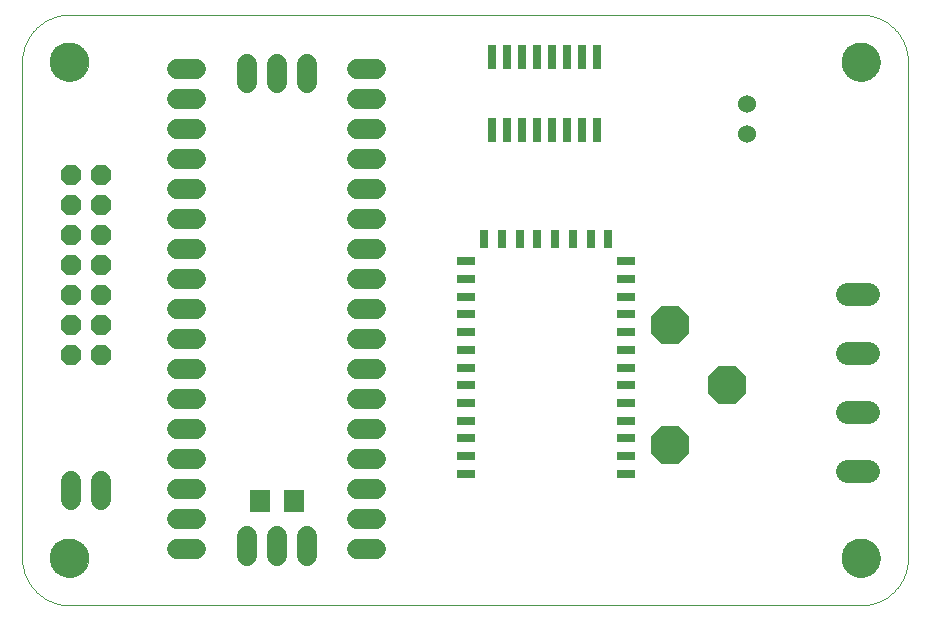
<source format=gbs>
G75*
%MOIN*%
%OFA0B0*%
%FSLAX25Y25*%
%IPPOS*%
%LPD*%
%AMOC8*
5,1,8,0,0,1.08239X$1,22.5*
%
%ADD10C,0.07500*%
%ADD11C,0.06800*%
%ADD12OC8,0.06800*%
%ADD13R,0.06306X0.02900*%
%ADD14R,0.02900X0.06306*%
%ADD15R,0.03000X0.08400*%
%ADD16OC8,0.12800*%
%ADD17C,0.06000*%
%ADD18C,0.00000*%
%ADD19C,0.12998*%
%ADD20R,0.06699X0.07498*%
D10*
X0347030Y0095322D02*
X0354130Y0095322D01*
X0354130Y0115007D02*
X0347030Y0115007D01*
X0347030Y0134693D02*
X0354130Y0134693D01*
X0354130Y0154378D02*
X0347030Y0154378D01*
D11*
X0190180Y0149400D02*
X0183780Y0149400D01*
X0183780Y0139400D02*
X0190180Y0139400D01*
X0190180Y0129400D02*
X0183780Y0129400D01*
X0183780Y0119400D02*
X0190180Y0119400D01*
X0190180Y0109400D02*
X0183780Y0109400D01*
X0183780Y0099400D02*
X0190180Y0099400D01*
X0190180Y0089400D02*
X0183780Y0089400D01*
X0183780Y0079400D02*
X0190180Y0079400D01*
X0190180Y0069400D02*
X0183780Y0069400D01*
X0166980Y0067250D02*
X0166980Y0073650D01*
X0156980Y0073650D02*
X0156980Y0067250D01*
X0146980Y0067250D02*
X0146980Y0073650D01*
X0130180Y0069600D02*
X0123780Y0069600D01*
X0123780Y0079600D02*
X0130180Y0079600D01*
X0130180Y0089600D02*
X0123780Y0089600D01*
X0123780Y0099600D02*
X0130180Y0099600D01*
X0130180Y0109600D02*
X0123780Y0109600D01*
X0123780Y0119400D02*
X0130180Y0119400D01*
X0130180Y0129400D02*
X0123780Y0129400D01*
X0123780Y0139400D02*
X0130180Y0139400D01*
X0130180Y0149400D02*
X0123780Y0149400D01*
X0123780Y0159400D02*
X0130180Y0159400D01*
X0130180Y0169400D02*
X0123780Y0169400D01*
X0123780Y0179400D02*
X0130180Y0179400D01*
X0130180Y0189400D02*
X0123780Y0189400D01*
X0123780Y0199400D02*
X0130180Y0199400D01*
X0130180Y0209400D02*
X0123780Y0209400D01*
X0123780Y0219400D02*
X0130180Y0219400D01*
X0130180Y0229400D02*
X0123780Y0229400D01*
X0146900Y0231130D02*
X0146900Y0224730D01*
X0156900Y0224730D02*
X0156900Y0231130D01*
X0166900Y0231130D02*
X0166900Y0224730D01*
X0183780Y0229400D02*
X0190180Y0229400D01*
X0190180Y0219400D02*
X0183780Y0219400D01*
X0183780Y0209400D02*
X0190180Y0209400D01*
X0190180Y0199400D02*
X0183780Y0199400D01*
X0183780Y0189400D02*
X0190180Y0189400D01*
X0190180Y0179400D02*
X0183780Y0179400D01*
X0183780Y0169400D02*
X0190180Y0169400D01*
X0190180Y0159400D02*
X0183780Y0159400D01*
X0098220Y0092240D02*
X0098220Y0085840D01*
X0088220Y0085840D02*
X0088220Y0092240D01*
D12*
X0088430Y0134150D03*
X0098430Y0134150D03*
X0098430Y0144150D03*
X0088430Y0144150D03*
X0088430Y0154150D03*
X0098430Y0154150D03*
X0098430Y0164150D03*
X0088430Y0164150D03*
X0088430Y0174150D03*
X0098430Y0174150D03*
X0098430Y0184150D03*
X0088430Y0184150D03*
X0088430Y0194150D03*
X0098430Y0194150D03*
D13*
X0220212Y0165346D03*
X0220212Y0159441D03*
X0220212Y0153535D03*
X0220212Y0147630D03*
X0220212Y0141724D03*
X0220212Y0135819D03*
X0220212Y0129913D03*
X0220212Y0124008D03*
X0220212Y0118102D03*
X0220212Y0112197D03*
X0220212Y0106291D03*
X0220212Y0100386D03*
X0220212Y0094480D03*
X0273362Y0094480D03*
X0273362Y0100386D03*
X0273362Y0106291D03*
X0273362Y0112197D03*
X0273362Y0118102D03*
X0273362Y0124008D03*
X0273362Y0129913D03*
X0273362Y0135819D03*
X0273362Y0141724D03*
X0273362Y0147630D03*
X0273362Y0153535D03*
X0273362Y0159441D03*
X0273362Y0165346D03*
D14*
X0267457Y0172728D03*
X0261551Y0172728D03*
X0255645Y0172728D03*
X0249740Y0172728D03*
X0243834Y0172728D03*
X0237929Y0172728D03*
X0232023Y0172728D03*
X0226118Y0172728D03*
D15*
X0228710Y0209200D03*
X0233710Y0209200D03*
X0238710Y0209200D03*
X0243710Y0209200D03*
X0248710Y0209200D03*
X0253710Y0209200D03*
X0258710Y0209200D03*
X0263710Y0209200D03*
X0263710Y0233400D03*
X0258710Y0233400D03*
X0253710Y0233400D03*
X0248710Y0233400D03*
X0243710Y0233400D03*
X0238710Y0233400D03*
X0233710Y0233400D03*
X0228710Y0233400D03*
D16*
X0288010Y0144130D03*
X0307010Y0124130D03*
X0288010Y0104130D03*
D17*
X0313790Y0207720D03*
X0313790Y0217720D03*
D18*
X0351628Y0050700D02*
X0087848Y0050700D01*
X0081549Y0066448D02*
X0081551Y0066606D01*
X0081557Y0066764D01*
X0081567Y0066922D01*
X0081581Y0067080D01*
X0081599Y0067237D01*
X0081620Y0067394D01*
X0081646Y0067550D01*
X0081676Y0067706D01*
X0081709Y0067861D01*
X0081747Y0068014D01*
X0081788Y0068167D01*
X0081833Y0068319D01*
X0081882Y0068470D01*
X0081935Y0068619D01*
X0081991Y0068767D01*
X0082051Y0068913D01*
X0082115Y0069058D01*
X0082183Y0069201D01*
X0082254Y0069343D01*
X0082328Y0069483D01*
X0082406Y0069620D01*
X0082488Y0069756D01*
X0082572Y0069890D01*
X0082661Y0070021D01*
X0082752Y0070150D01*
X0082847Y0070277D01*
X0082944Y0070402D01*
X0083045Y0070524D01*
X0083149Y0070643D01*
X0083256Y0070760D01*
X0083366Y0070874D01*
X0083479Y0070985D01*
X0083594Y0071094D01*
X0083712Y0071199D01*
X0083833Y0071301D01*
X0083956Y0071401D01*
X0084082Y0071497D01*
X0084210Y0071590D01*
X0084340Y0071680D01*
X0084473Y0071766D01*
X0084608Y0071850D01*
X0084744Y0071929D01*
X0084883Y0072006D01*
X0085024Y0072078D01*
X0085166Y0072148D01*
X0085310Y0072213D01*
X0085456Y0072275D01*
X0085603Y0072333D01*
X0085752Y0072388D01*
X0085902Y0072439D01*
X0086053Y0072486D01*
X0086205Y0072529D01*
X0086358Y0072568D01*
X0086513Y0072604D01*
X0086668Y0072635D01*
X0086824Y0072663D01*
X0086980Y0072687D01*
X0087137Y0072707D01*
X0087295Y0072723D01*
X0087452Y0072735D01*
X0087611Y0072743D01*
X0087769Y0072747D01*
X0087927Y0072747D01*
X0088085Y0072743D01*
X0088244Y0072735D01*
X0088401Y0072723D01*
X0088559Y0072707D01*
X0088716Y0072687D01*
X0088872Y0072663D01*
X0089028Y0072635D01*
X0089183Y0072604D01*
X0089338Y0072568D01*
X0089491Y0072529D01*
X0089643Y0072486D01*
X0089794Y0072439D01*
X0089944Y0072388D01*
X0090093Y0072333D01*
X0090240Y0072275D01*
X0090386Y0072213D01*
X0090530Y0072148D01*
X0090672Y0072078D01*
X0090813Y0072006D01*
X0090952Y0071929D01*
X0091088Y0071850D01*
X0091223Y0071766D01*
X0091356Y0071680D01*
X0091486Y0071590D01*
X0091614Y0071497D01*
X0091740Y0071401D01*
X0091863Y0071301D01*
X0091984Y0071199D01*
X0092102Y0071094D01*
X0092217Y0070985D01*
X0092330Y0070874D01*
X0092440Y0070760D01*
X0092547Y0070643D01*
X0092651Y0070524D01*
X0092752Y0070402D01*
X0092849Y0070277D01*
X0092944Y0070150D01*
X0093035Y0070021D01*
X0093124Y0069890D01*
X0093208Y0069756D01*
X0093290Y0069620D01*
X0093368Y0069483D01*
X0093442Y0069343D01*
X0093513Y0069201D01*
X0093581Y0069058D01*
X0093645Y0068913D01*
X0093705Y0068767D01*
X0093761Y0068619D01*
X0093814Y0068470D01*
X0093863Y0068319D01*
X0093908Y0068167D01*
X0093949Y0068014D01*
X0093987Y0067861D01*
X0094020Y0067706D01*
X0094050Y0067550D01*
X0094076Y0067394D01*
X0094097Y0067237D01*
X0094115Y0067080D01*
X0094129Y0066922D01*
X0094139Y0066764D01*
X0094145Y0066606D01*
X0094147Y0066448D01*
X0094145Y0066290D01*
X0094139Y0066132D01*
X0094129Y0065974D01*
X0094115Y0065816D01*
X0094097Y0065659D01*
X0094076Y0065502D01*
X0094050Y0065346D01*
X0094020Y0065190D01*
X0093987Y0065035D01*
X0093949Y0064882D01*
X0093908Y0064729D01*
X0093863Y0064577D01*
X0093814Y0064426D01*
X0093761Y0064277D01*
X0093705Y0064129D01*
X0093645Y0063983D01*
X0093581Y0063838D01*
X0093513Y0063695D01*
X0093442Y0063553D01*
X0093368Y0063413D01*
X0093290Y0063276D01*
X0093208Y0063140D01*
X0093124Y0063006D01*
X0093035Y0062875D01*
X0092944Y0062746D01*
X0092849Y0062619D01*
X0092752Y0062494D01*
X0092651Y0062372D01*
X0092547Y0062253D01*
X0092440Y0062136D01*
X0092330Y0062022D01*
X0092217Y0061911D01*
X0092102Y0061802D01*
X0091984Y0061697D01*
X0091863Y0061595D01*
X0091740Y0061495D01*
X0091614Y0061399D01*
X0091486Y0061306D01*
X0091356Y0061216D01*
X0091223Y0061130D01*
X0091088Y0061046D01*
X0090952Y0060967D01*
X0090813Y0060890D01*
X0090672Y0060818D01*
X0090530Y0060748D01*
X0090386Y0060683D01*
X0090240Y0060621D01*
X0090093Y0060563D01*
X0089944Y0060508D01*
X0089794Y0060457D01*
X0089643Y0060410D01*
X0089491Y0060367D01*
X0089338Y0060328D01*
X0089183Y0060292D01*
X0089028Y0060261D01*
X0088872Y0060233D01*
X0088716Y0060209D01*
X0088559Y0060189D01*
X0088401Y0060173D01*
X0088244Y0060161D01*
X0088085Y0060153D01*
X0087927Y0060149D01*
X0087769Y0060149D01*
X0087611Y0060153D01*
X0087452Y0060161D01*
X0087295Y0060173D01*
X0087137Y0060189D01*
X0086980Y0060209D01*
X0086824Y0060233D01*
X0086668Y0060261D01*
X0086513Y0060292D01*
X0086358Y0060328D01*
X0086205Y0060367D01*
X0086053Y0060410D01*
X0085902Y0060457D01*
X0085752Y0060508D01*
X0085603Y0060563D01*
X0085456Y0060621D01*
X0085310Y0060683D01*
X0085166Y0060748D01*
X0085024Y0060818D01*
X0084883Y0060890D01*
X0084744Y0060967D01*
X0084608Y0061046D01*
X0084473Y0061130D01*
X0084340Y0061216D01*
X0084210Y0061306D01*
X0084082Y0061399D01*
X0083956Y0061495D01*
X0083833Y0061595D01*
X0083712Y0061697D01*
X0083594Y0061802D01*
X0083479Y0061911D01*
X0083366Y0062022D01*
X0083256Y0062136D01*
X0083149Y0062253D01*
X0083045Y0062372D01*
X0082944Y0062494D01*
X0082847Y0062619D01*
X0082752Y0062746D01*
X0082661Y0062875D01*
X0082572Y0063006D01*
X0082488Y0063140D01*
X0082406Y0063276D01*
X0082328Y0063413D01*
X0082254Y0063553D01*
X0082183Y0063695D01*
X0082115Y0063838D01*
X0082051Y0063983D01*
X0081991Y0064129D01*
X0081935Y0064277D01*
X0081882Y0064426D01*
X0081833Y0064577D01*
X0081788Y0064729D01*
X0081747Y0064882D01*
X0081709Y0065035D01*
X0081676Y0065190D01*
X0081646Y0065346D01*
X0081620Y0065502D01*
X0081599Y0065659D01*
X0081581Y0065816D01*
X0081567Y0065974D01*
X0081557Y0066132D01*
X0081551Y0066290D01*
X0081549Y0066448D01*
X0072100Y0066448D02*
X0072105Y0066067D01*
X0072118Y0065687D01*
X0072141Y0065307D01*
X0072174Y0064928D01*
X0072215Y0064550D01*
X0072265Y0064173D01*
X0072325Y0063797D01*
X0072393Y0063422D01*
X0072471Y0063050D01*
X0072558Y0062679D01*
X0072653Y0062311D01*
X0072758Y0061945D01*
X0072871Y0061582D01*
X0072993Y0061221D01*
X0073123Y0060864D01*
X0073263Y0060510D01*
X0073410Y0060159D01*
X0073567Y0059812D01*
X0073731Y0059469D01*
X0073904Y0059130D01*
X0074085Y0058795D01*
X0074274Y0058464D01*
X0074471Y0058139D01*
X0074675Y0057818D01*
X0074888Y0057502D01*
X0075108Y0057192D01*
X0075335Y0056886D01*
X0075570Y0056587D01*
X0075812Y0056293D01*
X0076060Y0056005D01*
X0076316Y0055723D01*
X0076579Y0055448D01*
X0076848Y0055179D01*
X0077123Y0054916D01*
X0077405Y0054660D01*
X0077693Y0054412D01*
X0077987Y0054170D01*
X0078286Y0053935D01*
X0078592Y0053708D01*
X0078902Y0053488D01*
X0079218Y0053275D01*
X0079539Y0053071D01*
X0079864Y0052874D01*
X0080195Y0052685D01*
X0080530Y0052504D01*
X0080869Y0052331D01*
X0081212Y0052167D01*
X0081559Y0052010D01*
X0081910Y0051863D01*
X0082264Y0051723D01*
X0082621Y0051593D01*
X0082982Y0051471D01*
X0083345Y0051358D01*
X0083711Y0051253D01*
X0084079Y0051158D01*
X0084450Y0051071D01*
X0084822Y0050993D01*
X0085197Y0050925D01*
X0085573Y0050865D01*
X0085950Y0050815D01*
X0086328Y0050774D01*
X0086707Y0050741D01*
X0087087Y0050718D01*
X0087467Y0050705D01*
X0087848Y0050700D01*
X0072100Y0066448D02*
X0072100Y0231802D01*
X0081549Y0231802D02*
X0081551Y0231960D01*
X0081557Y0232118D01*
X0081567Y0232276D01*
X0081581Y0232434D01*
X0081599Y0232591D01*
X0081620Y0232748D01*
X0081646Y0232904D01*
X0081676Y0233060D01*
X0081709Y0233215D01*
X0081747Y0233368D01*
X0081788Y0233521D01*
X0081833Y0233673D01*
X0081882Y0233824D01*
X0081935Y0233973D01*
X0081991Y0234121D01*
X0082051Y0234267D01*
X0082115Y0234412D01*
X0082183Y0234555D01*
X0082254Y0234697D01*
X0082328Y0234837D01*
X0082406Y0234974D01*
X0082488Y0235110D01*
X0082572Y0235244D01*
X0082661Y0235375D01*
X0082752Y0235504D01*
X0082847Y0235631D01*
X0082944Y0235756D01*
X0083045Y0235878D01*
X0083149Y0235997D01*
X0083256Y0236114D01*
X0083366Y0236228D01*
X0083479Y0236339D01*
X0083594Y0236448D01*
X0083712Y0236553D01*
X0083833Y0236655D01*
X0083956Y0236755D01*
X0084082Y0236851D01*
X0084210Y0236944D01*
X0084340Y0237034D01*
X0084473Y0237120D01*
X0084608Y0237204D01*
X0084744Y0237283D01*
X0084883Y0237360D01*
X0085024Y0237432D01*
X0085166Y0237502D01*
X0085310Y0237567D01*
X0085456Y0237629D01*
X0085603Y0237687D01*
X0085752Y0237742D01*
X0085902Y0237793D01*
X0086053Y0237840D01*
X0086205Y0237883D01*
X0086358Y0237922D01*
X0086513Y0237958D01*
X0086668Y0237989D01*
X0086824Y0238017D01*
X0086980Y0238041D01*
X0087137Y0238061D01*
X0087295Y0238077D01*
X0087452Y0238089D01*
X0087611Y0238097D01*
X0087769Y0238101D01*
X0087927Y0238101D01*
X0088085Y0238097D01*
X0088244Y0238089D01*
X0088401Y0238077D01*
X0088559Y0238061D01*
X0088716Y0238041D01*
X0088872Y0238017D01*
X0089028Y0237989D01*
X0089183Y0237958D01*
X0089338Y0237922D01*
X0089491Y0237883D01*
X0089643Y0237840D01*
X0089794Y0237793D01*
X0089944Y0237742D01*
X0090093Y0237687D01*
X0090240Y0237629D01*
X0090386Y0237567D01*
X0090530Y0237502D01*
X0090672Y0237432D01*
X0090813Y0237360D01*
X0090952Y0237283D01*
X0091088Y0237204D01*
X0091223Y0237120D01*
X0091356Y0237034D01*
X0091486Y0236944D01*
X0091614Y0236851D01*
X0091740Y0236755D01*
X0091863Y0236655D01*
X0091984Y0236553D01*
X0092102Y0236448D01*
X0092217Y0236339D01*
X0092330Y0236228D01*
X0092440Y0236114D01*
X0092547Y0235997D01*
X0092651Y0235878D01*
X0092752Y0235756D01*
X0092849Y0235631D01*
X0092944Y0235504D01*
X0093035Y0235375D01*
X0093124Y0235244D01*
X0093208Y0235110D01*
X0093290Y0234974D01*
X0093368Y0234837D01*
X0093442Y0234697D01*
X0093513Y0234555D01*
X0093581Y0234412D01*
X0093645Y0234267D01*
X0093705Y0234121D01*
X0093761Y0233973D01*
X0093814Y0233824D01*
X0093863Y0233673D01*
X0093908Y0233521D01*
X0093949Y0233368D01*
X0093987Y0233215D01*
X0094020Y0233060D01*
X0094050Y0232904D01*
X0094076Y0232748D01*
X0094097Y0232591D01*
X0094115Y0232434D01*
X0094129Y0232276D01*
X0094139Y0232118D01*
X0094145Y0231960D01*
X0094147Y0231802D01*
X0094145Y0231644D01*
X0094139Y0231486D01*
X0094129Y0231328D01*
X0094115Y0231170D01*
X0094097Y0231013D01*
X0094076Y0230856D01*
X0094050Y0230700D01*
X0094020Y0230544D01*
X0093987Y0230389D01*
X0093949Y0230236D01*
X0093908Y0230083D01*
X0093863Y0229931D01*
X0093814Y0229780D01*
X0093761Y0229631D01*
X0093705Y0229483D01*
X0093645Y0229337D01*
X0093581Y0229192D01*
X0093513Y0229049D01*
X0093442Y0228907D01*
X0093368Y0228767D01*
X0093290Y0228630D01*
X0093208Y0228494D01*
X0093124Y0228360D01*
X0093035Y0228229D01*
X0092944Y0228100D01*
X0092849Y0227973D01*
X0092752Y0227848D01*
X0092651Y0227726D01*
X0092547Y0227607D01*
X0092440Y0227490D01*
X0092330Y0227376D01*
X0092217Y0227265D01*
X0092102Y0227156D01*
X0091984Y0227051D01*
X0091863Y0226949D01*
X0091740Y0226849D01*
X0091614Y0226753D01*
X0091486Y0226660D01*
X0091356Y0226570D01*
X0091223Y0226484D01*
X0091088Y0226400D01*
X0090952Y0226321D01*
X0090813Y0226244D01*
X0090672Y0226172D01*
X0090530Y0226102D01*
X0090386Y0226037D01*
X0090240Y0225975D01*
X0090093Y0225917D01*
X0089944Y0225862D01*
X0089794Y0225811D01*
X0089643Y0225764D01*
X0089491Y0225721D01*
X0089338Y0225682D01*
X0089183Y0225646D01*
X0089028Y0225615D01*
X0088872Y0225587D01*
X0088716Y0225563D01*
X0088559Y0225543D01*
X0088401Y0225527D01*
X0088244Y0225515D01*
X0088085Y0225507D01*
X0087927Y0225503D01*
X0087769Y0225503D01*
X0087611Y0225507D01*
X0087452Y0225515D01*
X0087295Y0225527D01*
X0087137Y0225543D01*
X0086980Y0225563D01*
X0086824Y0225587D01*
X0086668Y0225615D01*
X0086513Y0225646D01*
X0086358Y0225682D01*
X0086205Y0225721D01*
X0086053Y0225764D01*
X0085902Y0225811D01*
X0085752Y0225862D01*
X0085603Y0225917D01*
X0085456Y0225975D01*
X0085310Y0226037D01*
X0085166Y0226102D01*
X0085024Y0226172D01*
X0084883Y0226244D01*
X0084744Y0226321D01*
X0084608Y0226400D01*
X0084473Y0226484D01*
X0084340Y0226570D01*
X0084210Y0226660D01*
X0084082Y0226753D01*
X0083956Y0226849D01*
X0083833Y0226949D01*
X0083712Y0227051D01*
X0083594Y0227156D01*
X0083479Y0227265D01*
X0083366Y0227376D01*
X0083256Y0227490D01*
X0083149Y0227607D01*
X0083045Y0227726D01*
X0082944Y0227848D01*
X0082847Y0227973D01*
X0082752Y0228100D01*
X0082661Y0228229D01*
X0082572Y0228360D01*
X0082488Y0228494D01*
X0082406Y0228630D01*
X0082328Y0228767D01*
X0082254Y0228907D01*
X0082183Y0229049D01*
X0082115Y0229192D01*
X0082051Y0229337D01*
X0081991Y0229483D01*
X0081935Y0229631D01*
X0081882Y0229780D01*
X0081833Y0229931D01*
X0081788Y0230083D01*
X0081747Y0230236D01*
X0081709Y0230389D01*
X0081676Y0230544D01*
X0081646Y0230700D01*
X0081620Y0230856D01*
X0081599Y0231013D01*
X0081581Y0231170D01*
X0081567Y0231328D01*
X0081557Y0231486D01*
X0081551Y0231644D01*
X0081549Y0231802D01*
X0072100Y0231802D02*
X0072105Y0232183D01*
X0072118Y0232563D01*
X0072141Y0232943D01*
X0072174Y0233322D01*
X0072215Y0233700D01*
X0072265Y0234077D01*
X0072325Y0234453D01*
X0072393Y0234828D01*
X0072471Y0235200D01*
X0072558Y0235571D01*
X0072653Y0235939D01*
X0072758Y0236305D01*
X0072871Y0236668D01*
X0072993Y0237029D01*
X0073123Y0237386D01*
X0073263Y0237740D01*
X0073410Y0238091D01*
X0073567Y0238438D01*
X0073731Y0238781D01*
X0073904Y0239120D01*
X0074085Y0239455D01*
X0074274Y0239786D01*
X0074471Y0240111D01*
X0074675Y0240432D01*
X0074888Y0240748D01*
X0075108Y0241058D01*
X0075335Y0241364D01*
X0075570Y0241663D01*
X0075812Y0241957D01*
X0076060Y0242245D01*
X0076316Y0242527D01*
X0076579Y0242802D01*
X0076848Y0243071D01*
X0077123Y0243334D01*
X0077405Y0243590D01*
X0077693Y0243838D01*
X0077987Y0244080D01*
X0078286Y0244315D01*
X0078592Y0244542D01*
X0078902Y0244762D01*
X0079218Y0244975D01*
X0079539Y0245179D01*
X0079864Y0245376D01*
X0080195Y0245565D01*
X0080530Y0245746D01*
X0080869Y0245919D01*
X0081212Y0246083D01*
X0081559Y0246240D01*
X0081910Y0246387D01*
X0082264Y0246527D01*
X0082621Y0246657D01*
X0082982Y0246779D01*
X0083345Y0246892D01*
X0083711Y0246997D01*
X0084079Y0247092D01*
X0084450Y0247179D01*
X0084822Y0247257D01*
X0085197Y0247325D01*
X0085573Y0247385D01*
X0085950Y0247435D01*
X0086328Y0247476D01*
X0086707Y0247509D01*
X0087087Y0247532D01*
X0087467Y0247545D01*
X0087848Y0247550D01*
X0351628Y0247550D01*
X0345329Y0231802D02*
X0345331Y0231960D01*
X0345337Y0232118D01*
X0345347Y0232276D01*
X0345361Y0232434D01*
X0345379Y0232591D01*
X0345400Y0232748D01*
X0345426Y0232904D01*
X0345456Y0233060D01*
X0345489Y0233215D01*
X0345527Y0233368D01*
X0345568Y0233521D01*
X0345613Y0233673D01*
X0345662Y0233824D01*
X0345715Y0233973D01*
X0345771Y0234121D01*
X0345831Y0234267D01*
X0345895Y0234412D01*
X0345963Y0234555D01*
X0346034Y0234697D01*
X0346108Y0234837D01*
X0346186Y0234974D01*
X0346268Y0235110D01*
X0346352Y0235244D01*
X0346441Y0235375D01*
X0346532Y0235504D01*
X0346627Y0235631D01*
X0346724Y0235756D01*
X0346825Y0235878D01*
X0346929Y0235997D01*
X0347036Y0236114D01*
X0347146Y0236228D01*
X0347259Y0236339D01*
X0347374Y0236448D01*
X0347492Y0236553D01*
X0347613Y0236655D01*
X0347736Y0236755D01*
X0347862Y0236851D01*
X0347990Y0236944D01*
X0348120Y0237034D01*
X0348253Y0237120D01*
X0348388Y0237204D01*
X0348524Y0237283D01*
X0348663Y0237360D01*
X0348804Y0237432D01*
X0348946Y0237502D01*
X0349090Y0237567D01*
X0349236Y0237629D01*
X0349383Y0237687D01*
X0349532Y0237742D01*
X0349682Y0237793D01*
X0349833Y0237840D01*
X0349985Y0237883D01*
X0350138Y0237922D01*
X0350293Y0237958D01*
X0350448Y0237989D01*
X0350604Y0238017D01*
X0350760Y0238041D01*
X0350917Y0238061D01*
X0351075Y0238077D01*
X0351232Y0238089D01*
X0351391Y0238097D01*
X0351549Y0238101D01*
X0351707Y0238101D01*
X0351865Y0238097D01*
X0352024Y0238089D01*
X0352181Y0238077D01*
X0352339Y0238061D01*
X0352496Y0238041D01*
X0352652Y0238017D01*
X0352808Y0237989D01*
X0352963Y0237958D01*
X0353118Y0237922D01*
X0353271Y0237883D01*
X0353423Y0237840D01*
X0353574Y0237793D01*
X0353724Y0237742D01*
X0353873Y0237687D01*
X0354020Y0237629D01*
X0354166Y0237567D01*
X0354310Y0237502D01*
X0354452Y0237432D01*
X0354593Y0237360D01*
X0354732Y0237283D01*
X0354868Y0237204D01*
X0355003Y0237120D01*
X0355136Y0237034D01*
X0355266Y0236944D01*
X0355394Y0236851D01*
X0355520Y0236755D01*
X0355643Y0236655D01*
X0355764Y0236553D01*
X0355882Y0236448D01*
X0355997Y0236339D01*
X0356110Y0236228D01*
X0356220Y0236114D01*
X0356327Y0235997D01*
X0356431Y0235878D01*
X0356532Y0235756D01*
X0356629Y0235631D01*
X0356724Y0235504D01*
X0356815Y0235375D01*
X0356904Y0235244D01*
X0356988Y0235110D01*
X0357070Y0234974D01*
X0357148Y0234837D01*
X0357222Y0234697D01*
X0357293Y0234555D01*
X0357361Y0234412D01*
X0357425Y0234267D01*
X0357485Y0234121D01*
X0357541Y0233973D01*
X0357594Y0233824D01*
X0357643Y0233673D01*
X0357688Y0233521D01*
X0357729Y0233368D01*
X0357767Y0233215D01*
X0357800Y0233060D01*
X0357830Y0232904D01*
X0357856Y0232748D01*
X0357877Y0232591D01*
X0357895Y0232434D01*
X0357909Y0232276D01*
X0357919Y0232118D01*
X0357925Y0231960D01*
X0357927Y0231802D01*
X0357925Y0231644D01*
X0357919Y0231486D01*
X0357909Y0231328D01*
X0357895Y0231170D01*
X0357877Y0231013D01*
X0357856Y0230856D01*
X0357830Y0230700D01*
X0357800Y0230544D01*
X0357767Y0230389D01*
X0357729Y0230236D01*
X0357688Y0230083D01*
X0357643Y0229931D01*
X0357594Y0229780D01*
X0357541Y0229631D01*
X0357485Y0229483D01*
X0357425Y0229337D01*
X0357361Y0229192D01*
X0357293Y0229049D01*
X0357222Y0228907D01*
X0357148Y0228767D01*
X0357070Y0228630D01*
X0356988Y0228494D01*
X0356904Y0228360D01*
X0356815Y0228229D01*
X0356724Y0228100D01*
X0356629Y0227973D01*
X0356532Y0227848D01*
X0356431Y0227726D01*
X0356327Y0227607D01*
X0356220Y0227490D01*
X0356110Y0227376D01*
X0355997Y0227265D01*
X0355882Y0227156D01*
X0355764Y0227051D01*
X0355643Y0226949D01*
X0355520Y0226849D01*
X0355394Y0226753D01*
X0355266Y0226660D01*
X0355136Y0226570D01*
X0355003Y0226484D01*
X0354868Y0226400D01*
X0354732Y0226321D01*
X0354593Y0226244D01*
X0354452Y0226172D01*
X0354310Y0226102D01*
X0354166Y0226037D01*
X0354020Y0225975D01*
X0353873Y0225917D01*
X0353724Y0225862D01*
X0353574Y0225811D01*
X0353423Y0225764D01*
X0353271Y0225721D01*
X0353118Y0225682D01*
X0352963Y0225646D01*
X0352808Y0225615D01*
X0352652Y0225587D01*
X0352496Y0225563D01*
X0352339Y0225543D01*
X0352181Y0225527D01*
X0352024Y0225515D01*
X0351865Y0225507D01*
X0351707Y0225503D01*
X0351549Y0225503D01*
X0351391Y0225507D01*
X0351232Y0225515D01*
X0351075Y0225527D01*
X0350917Y0225543D01*
X0350760Y0225563D01*
X0350604Y0225587D01*
X0350448Y0225615D01*
X0350293Y0225646D01*
X0350138Y0225682D01*
X0349985Y0225721D01*
X0349833Y0225764D01*
X0349682Y0225811D01*
X0349532Y0225862D01*
X0349383Y0225917D01*
X0349236Y0225975D01*
X0349090Y0226037D01*
X0348946Y0226102D01*
X0348804Y0226172D01*
X0348663Y0226244D01*
X0348524Y0226321D01*
X0348388Y0226400D01*
X0348253Y0226484D01*
X0348120Y0226570D01*
X0347990Y0226660D01*
X0347862Y0226753D01*
X0347736Y0226849D01*
X0347613Y0226949D01*
X0347492Y0227051D01*
X0347374Y0227156D01*
X0347259Y0227265D01*
X0347146Y0227376D01*
X0347036Y0227490D01*
X0346929Y0227607D01*
X0346825Y0227726D01*
X0346724Y0227848D01*
X0346627Y0227973D01*
X0346532Y0228100D01*
X0346441Y0228229D01*
X0346352Y0228360D01*
X0346268Y0228494D01*
X0346186Y0228630D01*
X0346108Y0228767D01*
X0346034Y0228907D01*
X0345963Y0229049D01*
X0345895Y0229192D01*
X0345831Y0229337D01*
X0345771Y0229483D01*
X0345715Y0229631D01*
X0345662Y0229780D01*
X0345613Y0229931D01*
X0345568Y0230083D01*
X0345527Y0230236D01*
X0345489Y0230389D01*
X0345456Y0230544D01*
X0345426Y0230700D01*
X0345400Y0230856D01*
X0345379Y0231013D01*
X0345361Y0231170D01*
X0345347Y0231328D01*
X0345337Y0231486D01*
X0345331Y0231644D01*
X0345329Y0231802D01*
X0351628Y0247550D02*
X0352009Y0247545D01*
X0352389Y0247532D01*
X0352769Y0247509D01*
X0353148Y0247476D01*
X0353526Y0247435D01*
X0353903Y0247385D01*
X0354279Y0247325D01*
X0354654Y0247257D01*
X0355026Y0247179D01*
X0355397Y0247092D01*
X0355765Y0246997D01*
X0356131Y0246892D01*
X0356494Y0246779D01*
X0356855Y0246657D01*
X0357212Y0246527D01*
X0357566Y0246387D01*
X0357917Y0246240D01*
X0358264Y0246083D01*
X0358607Y0245919D01*
X0358946Y0245746D01*
X0359281Y0245565D01*
X0359612Y0245376D01*
X0359937Y0245179D01*
X0360258Y0244975D01*
X0360574Y0244762D01*
X0360884Y0244542D01*
X0361190Y0244315D01*
X0361489Y0244080D01*
X0361783Y0243838D01*
X0362071Y0243590D01*
X0362353Y0243334D01*
X0362628Y0243071D01*
X0362897Y0242802D01*
X0363160Y0242527D01*
X0363416Y0242245D01*
X0363664Y0241957D01*
X0363906Y0241663D01*
X0364141Y0241364D01*
X0364368Y0241058D01*
X0364588Y0240748D01*
X0364801Y0240432D01*
X0365005Y0240111D01*
X0365202Y0239786D01*
X0365391Y0239455D01*
X0365572Y0239120D01*
X0365745Y0238781D01*
X0365909Y0238438D01*
X0366066Y0238091D01*
X0366213Y0237740D01*
X0366353Y0237386D01*
X0366483Y0237029D01*
X0366605Y0236668D01*
X0366718Y0236305D01*
X0366823Y0235939D01*
X0366918Y0235571D01*
X0367005Y0235200D01*
X0367083Y0234828D01*
X0367151Y0234453D01*
X0367211Y0234077D01*
X0367261Y0233700D01*
X0367302Y0233322D01*
X0367335Y0232943D01*
X0367358Y0232563D01*
X0367371Y0232183D01*
X0367376Y0231802D01*
X0367376Y0066448D01*
X0345329Y0066448D02*
X0345331Y0066606D01*
X0345337Y0066764D01*
X0345347Y0066922D01*
X0345361Y0067080D01*
X0345379Y0067237D01*
X0345400Y0067394D01*
X0345426Y0067550D01*
X0345456Y0067706D01*
X0345489Y0067861D01*
X0345527Y0068014D01*
X0345568Y0068167D01*
X0345613Y0068319D01*
X0345662Y0068470D01*
X0345715Y0068619D01*
X0345771Y0068767D01*
X0345831Y0068913D01*
X0345895Y0069058D01*
X0345963Y0069201D01*
X0346034Y0069343D01*
X0346108Y0069483D01*
X0346186Y0069620D01*
X0346268Y0069756D01*
X0346352Y0069890D01*
X0346441Y0070021D01*
X0346532Y0070150D01*
X0346627Y0070277D01*
X0346724Y0070402D01*
X0346825Y0070524D01*
X0346929Y0070643D01*
X0347036Y0070760D01*
X0347146Y0070874D01*
X0347259Y0070985D01*
X0347374Y0071094D01*
X0347492Y0071199D01*
X0347613Y0071301D01*
X0347736Y0071401D01*
X0347862Y0071497D01*
X0347990Y0071590D01*
X0348120Y0071680D01*
X0348253Y0071766D01*
X0348388Y0071850D01*
X0348524Y0071929D01*
X0348663Y0072006D01*
X0348804Y0072078D01*
X0348946Y0072148D01*
X0349090Y0072213D01*
X0349236Y0072275D01*
X0349383Y0072333D01*
X0349532Y0072388D01*
X0349682Y0072439D01*
X0349833Y0072486D01*
X0349985Y0072529D01*
X0350138Y0072568D01*
X0350293Y0072604D01*
X0350448Y0072635D01*
X0350604Y0072663D01*
X0350760Y0072687D01*
X0350917Y0072707D01*
X0351075Y0072723D01*
X0351232Y0072735D01*
X0351391Y0072743D01*
X0351549Y0072747D01*
X0351707Y0072747D01*
X0351865Y0072743D01*
X0352024Y0072735D01*
X0352181Y0072723D01*
X0352339Y0072707D01*
X0352496Y0072687D01*
X0352652Y0072663D01*
X0352808Y0072635D01*
X0352963Y0072604D01*
X0353118Y0072568D01*
X0353271Y0072529D01*
X0353423Y0072486D01*
X0353574Y0072439D01*
X0353724Y0072388D01*
X0353873Y0072333D01*
X0354020Y0072275D01*
X0354166Y0072213D01*
X0354310Y0072148D01*
X0354452Y0072078D01*
X0354593Y0072006D01*
X0354732Y0071929D01*
X0354868Y0071850D01*
X0355003Y0071766D01*
X0355136Y0071680D01*
X0355266Y0071590D01*
X0355394Y0071497D01*
X0355520Y0071401D01*
X0355643Y0071301D01*
X0355764Y0071199D01*
X0355882Y0071094D01*
X0355997Y0070985D01*
X0356110Y0070874D01*
X0356220Y0070760D01*
X0356327Y0070643D01*
X0356431Y0070524D01*
X0356532Y0070402D01*
X0356629Y0070277D01*
X0356724Y0070150D01*
X0356815Y0070021D01*
X0356904Y0069890D01*
X0356988Y0069756D01*
X0357070Y0069620D01*
X0357148Y0069483D01*
X0357222Y0069343D01*
X0357293Y0069201D01*
X0357361Y0069058D01*
X0357425Y0068913D01*
X0357485Y0068767D01*
X0357541Y0068619D01*
X0357594Y0068470D01*
X0357643Y0068319D01*
X0357688Y0068167D01*
X0357729Y0068014D01*
X0357767Y0067861D01*
X0357800Y0067706D01*
X0357830Y0067550D01*
X0357856Y0067394D01*
X0357877Y0067237D01*
X0357895Y0067080D01*
X0357909Y0066922D01*
X0357919Y0066764D01*
X0357925Y0066606D01*
X0357927Y0066448D01*
X0357925Y0066290D01*
X0357919Y0066132D01*
X0357909Y0065974D01*
X0357895Y0065816D01*
X0357877Y0065659D01*
X0357856Y0065502D01*
X0357830Y0065346D01*
X0357800Y0065190D01*
X0357767Y0065035D01*
X0357729Y0064882D01*
X0357688Y0064729D01*
X0357643Y0064577D01*
X0357594Y0064426D01*
X0357541Y0064277D01*
X0357485Y0064129D01*
X0357425Y0063983D01*
X0357361Y0063838D01*
X0357293Y0063695D01*
X0357222Y0063553D01*
X0357148Y0063413D01*
X0357070Y0063276D01*
X0356988Y0063140D01*
X0356904Y0063006D01*
X0356815Y0062875D01*
X0356724Y0062746D01*
X0356629Y0062619D01*
X0356532Y0062494D01*
X0356431Y0062372D01*
X0356327Y0062253D01*
X0356220Y0062136D01*
X0356110Y0062022D01*
X0355997Y0061911D01*
X0355882Y0061802D01*
X0355764Y0061697D01*
X0355643Y0061595D01*
X0355520Y0061495D01*
X0355394Y0061399D01*
X0355266Y0061306D01*
X0355136Y0061216D01*
X0355003Y0061130D01*
X0354868Y0061046D01*
X0354732Y0060967D01*
X0354593Y0060890D01*
X0354452Y0060818D01*
X0354310Y0060748D01*
X0354166Y0060683D01*
X0354020Y0060621D01*
X0353873Y0060563D01*
X0353724Y0060508D01*
X0353574Y0060457D01*
X0353423Y0060410D01*
X0353271Y0060367D01*
X0353118Y0060328D01*
X0352963Y0060292D01*
X0352808Y0060261D01*
X0352652Y0060233D01*
X0352496Y0060209D01*
X0352339Y0060189D01*
X0352181Y0060173D01*
X0352024Y0060161D01*
X0351865Y0060153D01*
X0351707Y0060149D01*
X0351549Y0060149D01*
X0351391Y0060153D01*
X0351232Y0060161D01*
X0351075Y0060173D01*
X0350917Y0060189D01*
X0350760Y0060209D01*
X0350604Y0060233D01*
X0350448Y0060261D01*
X0350293Y0060292D01*
X0350138Y0060328D01*
X0349985Y0060367D01*
X0349833Y0060410D01*
X0349682Y0060457D01*
X0349532Y0060508D01*
X0349383Y0060563D01*
X0349236Y0060621D01*
X0349090Y0060683D01*
X0348946Y0060748D01*
X0348804Y0060818D01*
X0348663Y0060890D01*
X0348524Y0060967D01*
X0348388Y0061046D01*
X0348253Y0061130D01*
X0348120Y0061216D01*
X0347990Y0061306D01*
X0347862Y0061399D01*
X0347736Y0061495D01*
X0347613Y0061595D01*
X0347492Y0061697D01*
X0347374Y0061802D01*
X0347259Y0061911D01*
X0347146Y0062022D01*
X0347036Y0062136D01*
X0346929Y0062253D01*
X0346825Y0062372D01*
X0346724Y0062494D01*
X0346627Y0062619D01*
X0346532Y0062746D01*
X0346441Y0062875D01*
X0346352Y0063006D01*
X0346268Y0063140D01*
X0346186Y0063276D01*
X0346108Y0063413D01*
X0346034Y0063553D01*
X0345963Y0063695D01*
X0345895Y0063838D01*
X0345831Y0063983D01*
X0345771Y0064129D01*
X0345715Y0064277D01*
X0345662Y0064426D01*
X0345613Y0064577D01*
X0345568Y0064729D01*
X0345527Y0064882D01*
X0345489Y0065035D01*
X0345456Y0065190D01*
X0345426Y0065346D01*
X0345400Y0065502D01*
X0345379Y0065659D01*
X0345361Y0065816D01*
X0345347Y0065974D01*
X0345337Y0066132D01*
X0345331Y0066290D01*
X0345329Y0066448D01*
X0351628Y0050700D02*
X0352009Y0050705D01*
X0352389Y0050718D01*
X0352769Y0050741D01*
X0353148Y0050774D01*
X0353526Y0050815D01*
X0353903Y0050865D01*
X0354279Y0050925D01*
X0354654Y0050993D01*
X0355026Y0051071D01*
X0355397Y0051158D01*
X0355765Y0051253D01*
X0356131Y0051358D01*
X0356494Y0051471D01*
X0356855Y0051593D01*
X0357212Y0051723D01*
X0357566Y0051863D01*
X0357917Y0052010D01*
X0358264Y0052167D01*
X0358607Y0052331D01*
X0358946Y0052504D01*
X0359281Y0052685D01*
X0359612Y0052874D01*
X0359937Y0053071D01*
X0360258Y0053275D01*
X0360574Y0053488D01*
X0360884Y0053708D01*
X0361190Y0053935D01*
X0361489Y0054170D01*
X0361783Y0054412D01*
X0362071Y0054660D01*
X0362353Y0054916D01*
X0362628Y0055179D01*
X0362897Y0055448D01*
X0363160Y0055723D01*
X0363416Y0056005D01*
X0363664Y0056293D01*
X0363906Y0056587D01*
X0364141Y0056886D01*
X0364368Y0057192D01*
X0364588Y0057502D01*
X0364801Y0057818D01*
X0365005Y0058139D01*
X0365202Y0058464D01*
X0365391Y0058795D01*
X0365572Y0059130D01*
X0365745Y0059469D01*
X0365909Y0059812D01*
X0366066Y0060159D01*
X0366213Y0060510D01*
X0366353Y0060864D01*
X0366483Y0061221D01*
X0366605Y0061582D01*
X0366718Y0061945D01*
X0366823Y0062311D01*
X0366918Y0062679D01*
X0367005Y0063050D01*
X0367083Y0063422D01*
X0367151Y0063797D01*
X0367211Y0064173D01*
X0367261Y0064550D01*
X0367302Y0064928D01*
X0367335Y0065307D01*
X0367358Y0065687D01*
X0367371Y0066067D01*
X0367376Y0066448D01*
D19*
X0351628Y0066448D03*
X0351628Y0231802D03*
X0087848Y0231802D03*
X0087848Y0066448D03*
D20*
X0151402Y0085300D03*
X0162598Y0085300D03*
M02*

</source>
